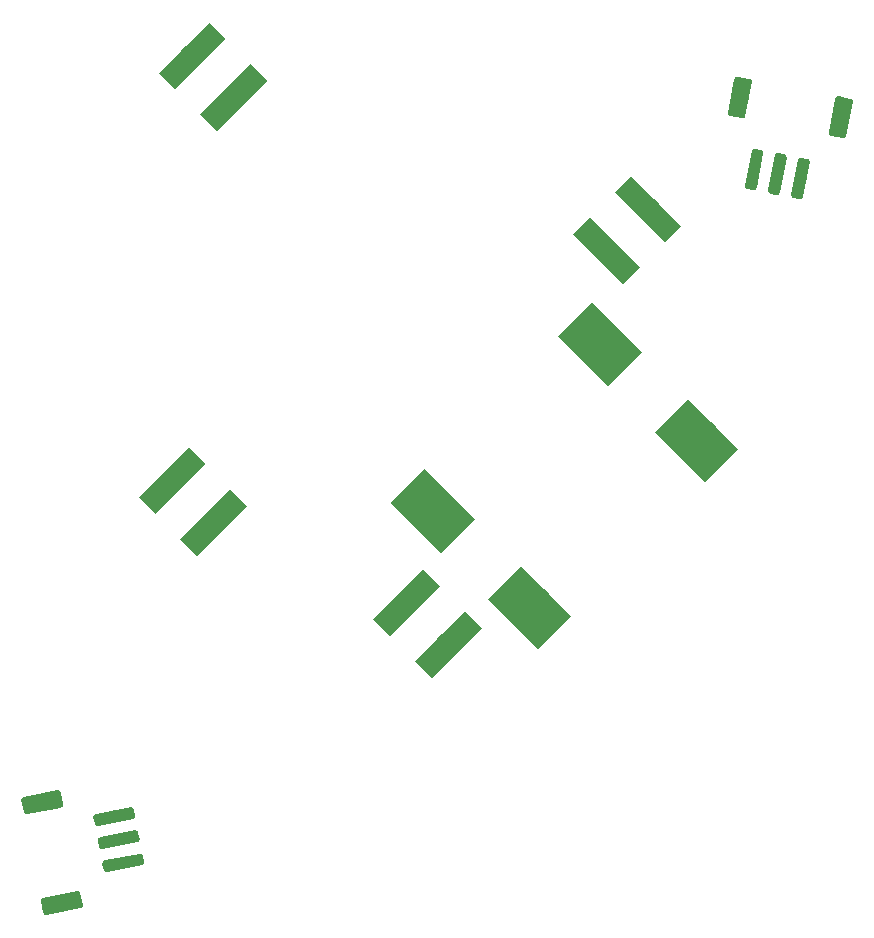
<source format=gbp>
G04 #@! TF.GenerationSoftware,KiCad,Pcbnew,5.1.4+dfsg1-1*
G04 #@! TF.CreationDate,2019-11-16T18:33:33+01:00*
G04 #@! TF.ProjectId,LED-Polyhedron,4c45442d-506f-46c7-9968-6564726f6e2e,rev?*
G04 #@! TF.SameCoordinates,Original*
G04 #@! TF.FileFunction,Paste,Bot*
G04 #@! TF.FilePolarity,Positive*
%FSLAX46Y46*%
G04 Gerber Fmt 4.6, Leading zero omitted, Abs format (unit mm)*
G04 Created by KiCad (PCBNEW 5.1.4+dfsg1-1) date 2019-11-16 18:33:33*
%MOMM*%
%LPD*%
G04 APERTURE LIST*
%ADD10C,4.000000*%
%ADD11C,0.100000*%
%ADD12C,2.000000*%
%ADD13C,1.500000*%
%ADD14C,1.000000*%
G04 APERTURE END LIST*
D10*
X51087561Y-53027561D03*
D11*
G36*
X51794668Y-56563095D02*
G01*
X47552027Y-52320454D01*
X50380454Y-49492027D01*
X54623095Y-53734668D01*
X51794668Y-56563095D01*
X51794668Y-56563095D01*
G37*
D10*
X59290000Y-61230000D03*
D11*
G36*
X59997107Y-64765534D02*
G01*
X55754466Y-60522893D01*
X58582893Y-57694466D01*
X62825534Y-61937107D01*
X59997107Y-64765534D01*
X59997107Y-64765534D01*
G37*
D10*
X65229696Y-38885426D03*
D11*
G36*
X65936803Y-42420960D02*
G01*
X61694162Y-38178319D01*
X64522589Y-35349892D01*
X68765230Y-39592533D01*
X65936803Y-42420960D01*
X65936803Y-42420960D01*
G37*
D10*
X73432135Y-47087865D03*
D11*
G36*
X74139242Y-50623399D02*
G01*
X69896601Y-46380758D01*
X72725028Y-43552331D01*
X76967669Y-47794972D01*
X74139242Y-50623399D01*
X74139242Y-50623399D01*
G37*
D12*
X65777359Y-31002893D03*
D11*
G36*
X64363145Y-28174466D02*
G01*
X68605786Y-32417107D01*
X67191573Y-33831320D01*
X62948932Y-29588679D01*
X64363145Y-28174466D01*
X64363145Y-28174466D01*
G37*
D12*
X69312893Y-27467359D03*
D11*
G36*
X67898679Y-24638932D02*
G01*
X72141320Y-28881573D01*
X70727107Y-30295786D01*
X66484466Y-26053145D01*
X67898679Y-24638932D01*
X67898679Y-24638932D01*
G37*
D12*
X48867107Y-60787359D03*
D11*
G36*
X51695534Y-59373145D02*
G01*
X47452893Y-63615786D01*
X46038680Y-62201573D01*
X50281321Y-57958932D01*
X51695534Y-59373145D01*
X51695534Y-59373145D01*
G37*
D12*
X52402641Y-64322893D03*
D11*
G36*
X55231068Y-62908679D02*
G01*
X50988427Y-67151320D01*
X49574214Y-65737107D01*
X53816855Y-61494466D01*
X55231068Y-62908679D01*
X55231068Y-62908679D01*
G37*
D12*
X32542893Y-53992641D03*
D11*
G36*
X29714466Y-55406855D02*
G01*
X33957107Y-51164214D01*
X35371320Y-52578427D01*
X31128679Y-56821068D01*
X29714466Y-55406855D01*
X29714466Y-55406855D01*
G37*
D12*
X29007359Y-50457107D03*
D11*
G36*
X26178932Y-51871321D02*
G01*
X30421573Y-47628680D01*
X31835786Y-49042893D01*
X27593145Y-53285534D01*
X26178932Y-51871321D01*
X26178932Y-51871321D01*
G37*
D12*
X30707107Y-14507359D03*
D11*
G36*
X33535534Y-13093145D02*
G01*
X29292893Y-17335786D01*
X27878680Y-15921573D01*
X32121321Y-11678932D01*
X33535534Y-13093145D01*
X33535534Y-13093145D01*
G37*
D12*
X34242641Y-18042893D03*
D11*
G36*
X37071068Y-16628679D02*
G01*
X32828427Y-20871320D01*
X31414214Y-19457107D01*
X35656855Y-15214466D01*
X37071068Y-16628679D01*
X37071068Y-16628679D01*
G37*
G36*
X85432701Y-17915635D02*
G01*
X85456985Y-17919129D01*
X86438613Y-18109938D01*
X86462438Y-18115796D01*
X86485573Y-18123960D01*
X86507797Y-18134353D01*
X86528895Y-18146874D01*
X86548665Y-18161402D01*
X86566915Y-18177799D01*
X86583470Y-18195905D01*
X86598170Y-18215547D01*
X86610875Y-18236535D01*
X86621461Y-18258667D01*
X86629827Y-18281731D01*
X86635892Y-18305503D01*
X86639598Y-18329755D01*
X86640909Y-18354254D01*
X86639812Y-18378763D01*
X86636318Y-18403047D01*
X86082972Y-21249766D01*
X86077114Y-21273591D01*
X86068950Y-21296726D01*
X86058557Y-21318950D01*
X86046036Y-21340048D01*
X86031508Y-21359818D01*
X86015111Y-21378068D01*
X85997005Y-21394623D01*
X85977363Y-21409323D01*
X85956375Y-21422028D01*
X85934243Y-21432614D01*
X85911179Y-21440980D01*
X85887407Y-21447045D01*
X85863155Y-21450751D01*
X85838656Y-21452062D01*
X85814147Y-21450965D01*
X85789863Y-21447471D01*
X84808235Y-21256662D01*
X84784410Y-21250804D01*
X84761275Y-21242640D01*
X84739051Y-21232247D01*
X84717953Y-21219726D01*
X84698183Y-21205198D01*
X84679933Y-21188801D01*
X84663378Y-21170695D01*
X84648678Y-21151053D01*
X84635973Y-21130065D01*
X84625387Y-21107933D01*
X84617021Y-21084869D01*
X84610956Y-21061097D01*
X84607250Y-21036845D01*
X84605939Y-21012346D01*
X84607036Y-20987837D01*
X84610530Y-20963553D01*
X85163876Y-18116834D01*
X85169734Y-18093009D01*
X85177898Y-18069874D01*
X85188291Y-18047650D01*
X85200812Y-18026552D01*
X85215340Y-18006782D01*
X85231737Y-17988532D01*
X85249843Y-17971977D01*
X85269485Y-17957277D01*
X85290473Y-17944572D01*
X85312605Y-17933986D01*
X85335669Y-17925620D01*
X85359441Y-17919555D01*
X85383693Y-17915849D01*
X85408192Y-17914538D01*
X85432701Y-17915635D01*
X85432701Y-17915635D01*
G37*
D13*
X85623424Y-19683300D03*
D11*
G36*
X76892545Y-16255597D02*
G01*
X76916829Y-16259091D01*
X77898457Y-16449900D01*
X77922282Y-16455758D01*
X77945417Y-16463922D01*
X77967641Y-16474315D01*
X77988739Y-16486836D01*
X78008509Y-16501364D01*
X78026759Y-16517761D01*
X78043314Y-16535867D01*
X78058014Y-16555509D01*
X78070719Y-16576497D01*
X78081305Y-16598629D01*
X78089671Y-16621693D01*
X78095736Y-16645465D01*
X78099442Y-16669717D01*
X78100753Y-16694216D01*
X78099656Y-16718725D01*
X78096162Y-16743009D01*
X77542816Y-19589728D01*
X77536958Y-19613553D01*
X77528794Y-19636688D01*
X77518401Y-19658912D01*
X77505880Y-19680010D01*
X77491352Y-19699780D01*
X77474955Y-19718030D01*
X77456849Y-19734585D01*
X77437207Y-19749285D01*
X77416219Y-19761990D01*
X77394087Y-19772576D01*
X77371023Y-19780942D01*
X77347251Y-19787007D01*
X77322999Y-19790713D01*
X77298500Y-19792024D01*
X77273991Y-19790927D01*
X77249707Y-19787433D01*
X76268079Y-19596624D01*
X76244254Y-19590766D01*
X76221119Y-19582602D01*
X76198895Y-19572209D01*
X76177797Y-19559688D01*
X76158027Y-19545160D01*
X76139777Y-19528763D01*
X76123222Y-19510657D01*
X76108522Y-19491015D01*
X76095817Y-19470027D01*
X76085231Y-19447895D01*
X76076865Y-19424831D01*
X76070800Y-19401059D01*
X76067094Y-19376807D01*
X76065783Y-19352308D01*
X76066880Y-19327799D01*
X76070374Y-19303515D01*
X76623720Y-16456796D01*
X76629578Y-16432971D01*
X76637742Y-16409836D01*
X76648135Y-16387612D01*
X76660656Y-16366514D01*
X76675184Y-16346744D01*
X76691581Y-16328494D01*
X76709687Y-16311939D01*
X76729329Y-16297239D01*
X76750317Y-16284534D01*
X76772449Y-16273948D01*
X76795513Y-16265582D01*
X76819285Y-16259517D01*
X76843537Y-16255811D01*
X76868036Y-16254500D01*
X76892545Y-16255597D01*
X76892545Y-16255597D01*
G37*
D13*
X77083268Y-18023262D03*
D11*
G36*
X82283674Y-23110210D02*
G01*
X82307958Y-23113704D01*
X82798771Y-23209108D01*
X82822595Y-23214965D01*
X82845731Y-23223130D01*
X82867955Y-23233522D01*
X82889053Y-23246043D01*
X82908822Y-23260572D01*
X82927073Y-23276969D01*
X82943628Y-23295075D01*
X82958328Y-23314717D01*
X82971033Y-23335705D01*
X82981619Y-23357837D01*
X82989985Y-23380900D01*
X82996050Y-23404673D01*
X82999756Y-23428925D01*
X83001067Y-23453424D01*
X82999970Y-23477933D01*
X82996476Y-23502217D01*
X82424049Y-26447099D01*
X82418191Y-26470924D01*
X82410027Y-26494059D01*
X82399634Y-26516283D01*
X82387113Y-26537381D01*
X82372585Y-26557151D01*
X82356188Y-26575401D01*
X82338082Y-26591956D01*
X82318440Y-26606656D01*
X82297452Y-26619361D01*
X82275320Y-26629947D01*
X82252256Y-26638313D01*
X82228484Y-26644378D01*
X82204232Y-26648084D01*
X82179733Y-26649395D01*
X82155224Y-26648298D01*
X82130940Y-26644804D01*
X81640127Y-26549400D01*
X81616303Y-26543543D01*
X81593167Y-26535378D01*
X81570943Y-26524986D01*
X81549845Y-26512465D01*
X81530076Y-26497936D01*
X81511825Y-26481539D01*
X81495270Y-26463433D01*
X81480570Y-26443791D01*
X81467865Y-26422803D01*
X81457279Y-26400671D01*
X81448913Y-26377608D01*
X81442848Y-26353835D01*
X81439142Y-26329583D01*
X81437831Y-26305084D01*
X81438928Y-26280575D01*
X81442422Y-26256291D01*
X82014849Y-23311409D01*
X82020707Y-23287584D01*
X82028871Y-23264449D01*
X82039264Y-23242225D01*
X82051785Y-23221127D01*
X82066313Y-23201357D01*
X82082710Y-23183107D01*
X82100816Y-23166552D01*
X82120458Y-23151852D01*
X82141446Y-23139147D01*
X82163578Y-23128561D01*
X82186642Y-23120195D01*
X82210414Y-23114130D01*
X82234666Y-23110424D01*
X82259165Y-23109113D01*
X82283674Y-23110210D01*
X82283674Y-23110210D01*
G37*
D14*
X82219449Y-24879254D03*
D11*
G36*
X80320419Y-22728593D02*
G01*
X80344703Y-22732087D01*
X80835516Y-22827491D01*
X80859340Y-22833348D01*
X80882476Y-22841513D01*
X80904700Y-22851905D01*
X80925798Y-22864426D01*
X80945567Y-22878955D01*
X80963818Y-22895352D01*
X80980373Y-22913458D01*
X80995073Y-22933100D01*
X81007778Y-22954088D01*
X81018364Y-22976220D01*
X81026730Y-22999283D01*
X81032795Y-23023056D01*
X81036501Y-23047308D01*
X81037812Y-23071807D01*
X81036715Y-23096316D01*
X81033221Y-23120600D01*
X80460794Y-26065482D01*
X80454936Y-26089307D01*
X80446772Y-26112442D01*
X80436379Y-26134666D01*
X80423858Y-26155764D01*
X80409330Y-26175534D01*
X80392933Y-26193784D01*
X80374827Y-26210339D01*
X80355185Y-26225039D01*
X80334197Y-26237744D01*
X80312065Y-26248330D01*
X80289001Y-26256696D01*
X80265229Y-26262761D01*
X80240977Y-26266467D01*
X80216478Y-26267778D01*
X80191969Y-26266681D01*
X80167685Y-26263187D01*
X79676872Y-26167783D01*
X79653048Y-26161926D01*
X79629912Y-26153761D01*
X79607688Y-26143369D01*
X79586590Y-26130848D01*
X79566821Y-26116319D01*
X79548570Y-26099922D01*
X79532015Y-26081816D01*
X79517315Y-26062174D01*
X79504610Y-26041186D01*
X79494024Y-26019054D01*
X79485658Y-25995991D01*
X79479593Y-25972218D01*
X79475887Y-25947966D01*
X79474576Y-25923467D01*
X79475673Y-25898958D01*
X79479167Y-25874674D01*
X80051594Y-22929792D01*
X80057452Y-22905967D01*
X80065616Y-22882832D01*
X80076009Y-22860608D01*
X80088530Y-22839510D01*
X80103058Y-22819740D01*
X80119455Y-22801490D01*
X80137561Y-22784935D01*
X80157203Y-22770235D01*
X80178191Y-22757530D01*
X80200323Y-22746944D01*
X80223387Y-22738578D01*
X80247159Y-22732513D01*
X80271411Y-22728807D01*
X80295910Y-22727496D01*
X80320419Y-22728593D01*
X80320419Y-22728593D01*
G37*
D14*
X80256194Y-24497637D03*
D11*
G36*
X78357165Y-22346975D02*
G01*
X78381449Y-22350469D01*
X78872262Y-22445873D01*
X78896086Y-22451730D01*
X78919222Y-22459895D01*
X78941446Y-22470287D01*
X78962544Y-22482808D01*
X78982313Y-22497337D01*
X79000564Y-22513734D01*
X79017119Y-22531840D01*
X79031819Y-22551482D01*
X79044524Y-22572470D01*
X79055110Y-22594602D01*
X79063476Y-22617665D01*
X79069541Y-22641438D01*
X79073247Y-22665690D01*
X79074558Y-22690189D01*
X79073461Y-22714698D01*
X79069967Y-22738982D01*
X78497540Y-25683864D01*
X78491682Y-25707689D01*
X78483518Y-25730824D01*
X78473125Y-25753048D01*
X78460604Y-25774146D01*
X78446076Y-25793916D01*
X78429679Y-25812166D01*
X78411573Y-25828721D01*
X78391931Y-25843421D01*
X78370943Y-25856126D01*
X78348811Y-25866712D01*
X78325747Y-25875078D01*
X78301975Y-25881143D01*
X78277723Y-25884849D01*
X78253224Y-25886160D01*
X78228715Y-25885063D01*
X78204431Y-25881569D01*
X77713618Y-25786165D01*
X77689794Y-25780308D01*
X77666658Y-25772143D01*
X77644434Y-25761751D01*
X77623336Y-25749230D01*
X77603567Y-25734701D01*
X77585316Y-25718304D01*
X77568761Y-25700198D01*
X77554061Y-25680556D01*
X77541356Y-25659568D01*
X77530770Y-25637436D01*
X77522404Y-25614373D01*
X77516339Y-25590600D01*
X77512633Y-25566348D01*
X77511322Y-25541849D01*
X77512419Y-25517340D01*
X77515913Y-25493056D01*
X78088340Y-22548174D01*
X78094198Y-22524349D01*
X78102362Y-22501214D01*
X78112755Y-22478990D01*
X78125276Y-22457892D01*
X78139804Y-22438122D01*
X78156201Y-22419872D01*
X78174307Y-22403317D01*
X78193949Y-22388617D01*
X78214937Y-22375912D01*
X78237069Y-22365326D01*
X78260133Y-22356960D01*
X78283905Y-22350895D01*
X78308157Y-22347189D01*
X78332656Y-22345878D01*
X78357165Y-22346975D01*
X78357165Y-22346975D01*
G37*
D14*
X78292940Y-24116019D03*
D11*
G36*
X26329583Y-82039142D02*
G01*
X26353835Y-82042848D01*
X26377607Y-82048913D01*
X26400671Y-82057279D01*
X26422803Y-82067865D01*
X26443791Y-82080570D01*
X26463433Y-82095270D01*
X26481539Y-82111825D01*
X26497936Y-82130075D01*
X26512464Y-82149845D01*
X26524985Y-82170943D01*
X26535378Y-82193167D01*
X26543542Y-82216302D01*
X26549400Y-82240127D01*
X26644804Y-82730940D01*
X26648298Y-82755224D01*
X26649395Y-82779733D01*
X26648084Y-82804232D01*
X26644378Y-82828484D01*
X26638313Y-82852257D01*
X26629947Y-82875320D01*
X26619361Y-82897452D01*
X26606656Y-82918440D01*
X26591956Y-82938082D01*
X26575401Y-82956188D01*
X26557150Y-82972585D01*
X26537381Y-82987114D01*
X26516283Y-82999635D01*
X26494059Y-83010027D01*
X26470923Y-83018192D01*
X26447099Y-83024049D01*
X23502217Y-83596476D01*
X23477933Y-83599970D01*
X23453424Y-83601067D01*
X23428925Y-83599756D01*
X23404673Y-83596050D01*
X23380901Y-83589985D01*
X23357837Y-83581619D01*
X23335705Y-83571033D01*
X23314717Y-83558328D01*
X23295075Y-83543628D01*
X23276969Y-83527073D01*
X23260572Y-83508823D01*
X23246044Y-83489053D01*
X23233523Y-83467955D01*
X23223130Y-83445731D01*
X23214966Y-83422596D01*
X23209108Y-83398771D01*
X23113704Y-82907958D01*
X23110210Y-82883674D01*
X23109113Y-82859165D01*
X23110424Y-82834666D01*
X23114130Y-82810414D01*
X23120195Y-82786641D01*
X23128561Y-82763578D01*
X23139147Y-82741446D01*
X23151852Y-82720458D01*
X23166552Y-82700816D01*
X23183107Y-82682710D01*
X23201358Y-82666313D01*
X23221127Y-82651784D01*
X23242225Y-82639263D01*
X23264449Y-82628871D01*
X23287585Y-82620706D01*
X23311409Y-82614849D01*
X26256291Y-82042422D01*
X26280575Y-82038928D01*
X26305084Y-82037831D01*
X26329583Y-82039142D01*
X26329583Y-82039142D01*
G37*
D14*
X24879254Y-82819449D03*
D11*
G36*
X25947966Y-80075887D02*
G01*
X25972218Y-80079593D01*
X25995990Y-80085658D01*
X26019054Y-80094024D01*
X26041186Y-80104610D01*
X26062174Y-80117315D01*
X26081816Y-80132015D01*
X26099922Y-80148570D01*
X26116319Y-80166820D01*
X26130847Y-80186590D01*
X26143368Y-80207688D01*
X26153761Y-80229912D01*
X26161925Y-80253047D01*
X26167783Y-80276872D01*
X26263187Y-80767685D01*
X26266681Y-80791969D01*
X26267778Y-80816478D01*
X26266467Y-80840977D01*
X26262761Y-80865229D01*
X26256696Y-80889002D01*
X26248330Y-80912065D01*
X26237744Y-80934197D01*
X26225039Y-80955185D01*
X26210339Y-80974827D01*
X26193784Y-80992933D01*
X26175533Y-81009330D01*
X26155764Y-81023859D01*
X26134666Y-81036380D01*
X26112442Y-81046772D01*
X26089306Y-81054937D01*
X26065482Y-81060794D01*
X23120600Y-81633221D01*
X23096316Y-81636715D01*
X23071807Y-81637812D01*
X23047308Y-81636501D01*
X23023056Y-81632795D01*
X22999284Y-81626730D01*
X22976220Y-81618364D01*
X22954088Y-81607778D01*
X22933100Y-81595073D01*
X22913458Y-81580373D01*
X22895352Y-81563818D01*
X22878955Y-81545568D01*
X22864427Y-81525798D01*
X22851906Y-81504700D01*
X22841513Y-81482476D01*
X22833349Y-81459341D01*
X22827491Y-81435516D01*
X22732087Y-80944703D01*
X22728593Y-80920419D01*
X22727496Y-80895910D01*
X22728807Y-80871411D01*
X22732513Y-80847159D01*
X22738578Y-80823386D01*
X22746944Y-80800323D01*
X22757530Y-80778191D01*
X22770235Y-80757203D01*
X22784935Y-80737561D01*
X22801490Y-80719455D01*
X22819741Y-80703058D01*
X22839510Y-80688529D01*
X22860608Y-80676008D01*
X22882832Y-80665616D01*
X22905968Y-80657451D01*
X22929792Y-80651594D01*
X25874674Y-80079167D01*
X25898958Y-80075673D01*
X25923467Y-80074576D01*
X25947966Y-80075887D01*
X25947966Y-80075887D01*
G37*
D14*
X24497637Y-80856194D03*
D11*
G36*
X25566348Y-78112633D02*
G01*
X25590600Y-78116339D01*
X25614372Y-78122404D01*
X25637436Y-78130770D01*
X25659568Y-78141356D01*
X25680556Y-78154061D01*
X25700198Y-78168761D01*
X25718304Y-78185316D01*
X25734701Y-78203566D01*
X25749229Y-78223336D01*
X25761750Y-78244434D01*
X25772143Y-78266658D01*
X25780307Y-78289793D01*
X25786165Y-78313618D01*
X25881569Y-78804431D01*
X25885063Y-78828715D01*
X25886160Y-78853224D01*
X25884849Y-78877723D01*
X25881143Y-78901975D01*
X25875078Y-78925748D01*
X25866712Y-78948811D01*
X25856126Y-78970943D01*
X25843421Y-78991931D01*
X25828721Y-79011573D01*
X25812166Y-79029679D01*
X25793915Y-79046076D01*
X25774146Y-79060605D01*
X25753048Y-79073126D01*
X25730824Y-79083518D01*
X25707688Y-79091683D01*
X25683864Y-79097540D01*
X22738982Y-79669967D01*
X22714698Y-79673461D01*
X22690189Y-79674558D01*
X22665690Y-79673247D01*
X22641438Y-79669541D01*
X22617666Y-79663476D01*
X22594602Y-79655110D01*
X22572470Y-79644524D01*
X22551482Y-79631819D01*
X22531840Y-79617119D01*
X22513734Y-79600564D01*
X22497337Y-79582314D01*
X22482809Y-79562544D01*
X22470288Y-79541446D01*
X22459895Y-79519222D01*
X22451731Y-79496087D01*
X22445873Y-79472262D01*
X22350469Y-78981449D01*
X22346975Y-78957165D01*
X22345878Y-78932656D01*
X22347189Y-78908157D01*
X22350895Y-78883905D01*
X22356960Y-78860132D01*
X22365326Y-78837069D01*
X22375912Y-78814937D01*
X22388617Y-78793949D01*
X22403317Y-78774307D01*
X22419872Y-78756201D01*
X22438123Y-78739804D01*
X22457892Y-78725275D01*
X22478990Y-78712754D01*
X22501214Y-78702362D01*
X22524350Y-78694197D01*
X22548174Y-78688340D01*
X25493056Y-78115913D01*
X25517340Y-78112419D01*
X25541849Y-78111322D01*
X25566348Y-78112633D01*
X25566348Y-78112633D01*
G37*
D14*
X24116019Y-78892940D03*
D11*
G36*
X21036845Y-85207250D02*
G01*
X21061097Y-85210956D01*
X21084869Y-85217021D01*
X21107933Y-85225387D01*
X21130065Y-85235973D01*
X21151053Y-85248678D01*
X21170695Y-85263378D01*
X21188801Y-85279933D01*
X21205198Y-85298183D01*
X21219726Y-85317953D01*
X21232247Y-85339051D01*
X21242640Y-85361275D01*
X21250804Y-85384410D01*
X21256662Y-85408235D01*
X21447471Y-86389863D01*
X21450965Y-86414147D01*
X21452062Y-86438656D01*
X21450751Y-86463155D01*
X21447045Y-86487407D01*
X21440980Y-86511179D01*
X21432614Y-86534243D01*
X21422028Y-86556375D01*
X21409323Y-86577363D01*
X21394623Y-86597005D01*
X21378068Y-86615111D01*
X21359818Y-86631508D01*
X21340048Y-86646036D01*
X21318950Y-86658557D01*
X21296726Y-86668950D01*
X21273591Y-86677114D01*
X21249766Y-86682972D01*
X18403047Y-87236318D01*
X18378763Y-87239812D01*
X18354254Y-87240909D01*
X18329755Y-87239598D01*
X18305503Y-87235892D01*
X18281731Y-87229827D01*
X18258667Y-87221461D01*
X18236535Y-87210875D01*
X18215547Y-87198170D01*
X18195905Y-87183470D01*
X18177799Y-87166915D01*
X18161402Y-87148665D01*
X18146874Y-87128895D01*
X18134353Y-87107797D01*
X18123960Y-87085573D01*
X18115796Y-87062438D01*
X18109938Y-87038613D01*
X17919129Y-86056985D01*
X17915635Y-86032701D01*
X17914538Y-86008192D01*
X17915849Y-85983693D01*
X17919555Y-85959441D01*
X17925620Y-85935669D01*
X17933986Y-85912605D01*
X17944572Y-85890473D01*
X17957277Y-85869485D01*
X17971977Y-85849843D01*
X17988532Y-85831737D01*
X18006782Y-85815340D01*
X18026552Y-85800812D01*
X18047650Y-85788291D01*
X18069874Y-85777898D01*
X18093009Y-85769734D01*
X18116834Y-85763876D01*
X20963553Y-85210530D01*
X20987837Y-85207036D01*
X21012346Y-85205939D01*
X21036845Y-85207250D01*
X21036845Y-85207250D01*
G37*
D13*
X19683300Y-86223424D03*
D11*
G36*
X19376807Y-76667094D02*
G01*
X19401059Y-76670800D01*
X19424831Y-76676865D01*
X19447895Y-76685231D01*
X19470027Y-76695817D01*
X19491015Y-76708522D01*
X19510657Y-76723222D01*
X19528763Y-76739777D01*
X19545160Y-76758027D01*
X19559688Y-76777797D01*
X19572209Y-76798895D01*
X19582602Y-76821119D01*
X19590766Y-76844254D01*
X19596624Y-76868079D01*
X19787433Y-77849707D01*
X19790927Y-77873991D01*
X19792024Y-77898500D01*
X19790713Y-77922999D01*
X19787007Y-77947251D01*
X19780942Y-77971023D01*
X19772576Y-77994087D01*
X19761990Y-78016219D01*
X19749285Y-78037207D01*
X19734585Y-78056849D01*
X19718030Y-78074955D01*
X19699780Y-78091352D01*
X19680010Y-78105880D01*
X19658912Y-78118401D01*
X19636688Y-78128794D01*
X19613553Y-78136958D01*
X19589728Y-78142816D01*
X16743009Y-78696162D01*
X16718725Y-78699656D01*
X16694216Y-78700753D01*
X16669717Y-78699442D01*
X16645465Y-78695736D01*
X16621693Y-78689671D01*
X16598629Y-78681305D01*
X16576497Y-78670719D01*
X16555509Y-78658014D01*
X16535867Y-78643314D01*
X16517761Y-78626759D01*
X16501364Y-78608509D01*
X16486836Y-78588739D01*
X16474315Y-78567641D01*
X16463922Y-78545417D01*
X16455758Y-78522282D01*
X16449900Y-78498457D01*
X16259091Y-77516829D01*
X16255597Y-77492545D01*
X16254500Y-77468036D01*
X16255811Y-77443537D01*
X16259517Y-77419285D01*
X16265582Y-77395513D01*
X16273948Y-77372449D01*
X16284534Y-77350317D01*
X16297239Y-77329329D01*
X16311939Y-77309687D01*
X16328494Y-77291581D01*
X16346744Y-77275184D01*
X16366514Y-77260656D01*
X16387612Y-77248135D01*
X16409836Y-77237742D01*
X16432971Y-77229578D01*
X16456796Y-77223720D01*
X19303515Y-76670374D01*
X19327799Y-76666880D01*
X19352308Y-76665783D01*
X19376807Y-76667094D01*
X19376807Y-76667094D01*
G37*
D13*
X18023262Y-77683268D03*
M02*

</source>
